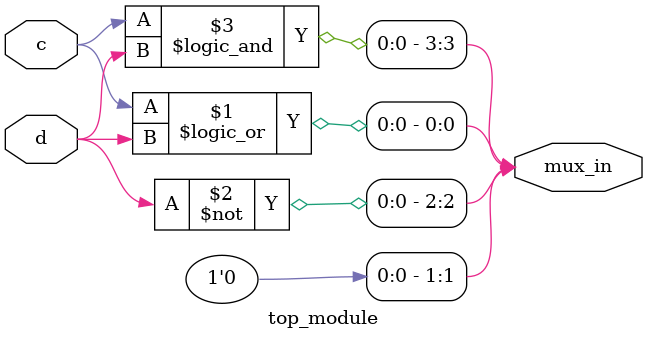
<source format=v>
module top_module (
    input c,
    input d,
    output [3:0] mux_in
); 
    assign mux_in[0] = c || d;
    assign mux_in[1] = 1'b0;
    assign mux_in[2] = ~d;
    assign mux_in[3] = c && d;

endmodule


</source>
